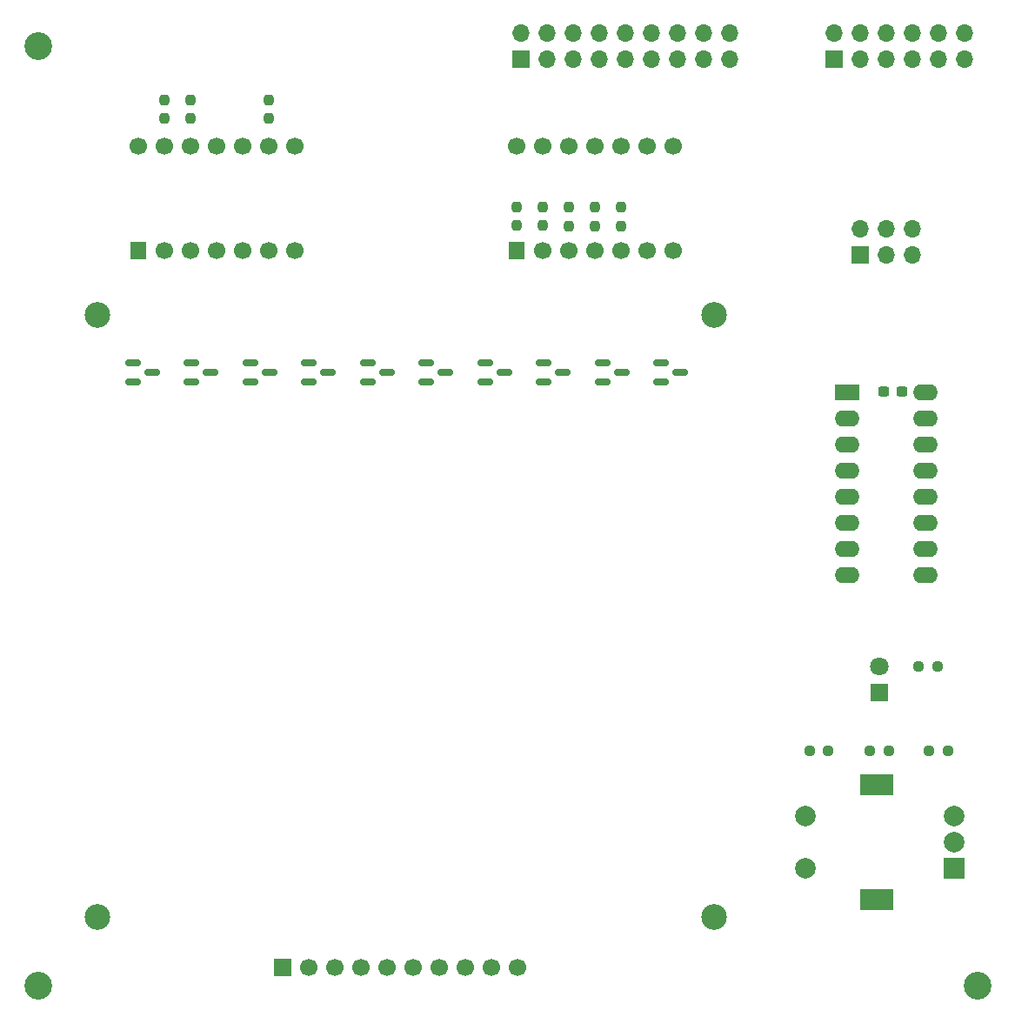
<source format=gbs>
G04 #@! TF.GenerationSoftware,KiCad,Pcbnew,6.0.9-8da3e8f707~116~ubuntu20.04.1*
G04 #@! TF.CreationDate,2022-12-22T22:59:07+01:00*
G04 #@! TF.ProjectId,display_10dig,64697370-6c61-4795-9f31-306469672e6b,rev?*
G04 #@! TF.SameCoordinates,Original*
G04 #@! TF.FileFunction,Soldermask,Bot*
G04 #@! TF.FilePolarity,Negative*
%FSLAX46Y46*%
G04 Gerber Fmt 4.6, Leading zero omitted, Abs format (unit mm)*
G04 Created by KiCad (PCBNEW 6.0.9-8da3e8f707~116~ubuntu20.04.1) date 2022-12-22 22:59:07*
%MOMM*%
%LPD*%
G01*
G04 APERTURE LIST*
G04 Aperture macros list*
%AMRoundRect*
0 Rectangle with rounded corners*
0 $1 Rounding radius*
0 $2 $3 $4 $5 $6 $7 $8 $9 X,Y pos of 4 corners*
0 Add a 4 corners polygon primitive as box body*
4,1,4,$2,$3,$4,$5,$6,$7,$8,$9,$2,$3,0*
0 Add four circle primitives for the rounded corners*
1,1,$1+$1,$2,$3*
1,1,$1+$1,$4,$5*
1,1,$1+$1,$6,$7*
1,1,$1+$1,$8,$9*
0 Add four rect primitives between the rounded corners*
20,1,$1+$1,$2,$3,$4,$5,0*
20,1,$1+$1,$4,$5,$6,$7,0*
20,1,$1+$1,$6,$7,$8,$9,0*
20,1,$1+$1,$8,$9,$2,$3,0*%
G04 Aperture macros list end*
%ADD10R,2.000000X2.000000*%
%ADD11C,2.000000*%
%ADD12R,3.200000X2.000000*%
%ADD13R,1.700000X1.700000*%
%ADD14O,1.700000X1.700000*%
%ADD15C,2.700000*%
%ADD16R,1.500000X1.700000*%
%ADD17C,1.700000*%
%ADD18R,2.400000X1.600000*%
%ADD19O,2.400000X1.600000*%
%ADD20C,1.800000*%
%ADD21R,1.800000X1.800000*%
%ADD22C,2.500000*%
%ADD23RoundRect,0.237500X0.300000X0.237500X-0.300000X0.237500X-0.300000X-0.237500X0.300000X-0.237500X0*%
%ADD24RoundRect,0.150000X-0.587500X-0.150000X0.587500X-0.150000X0.587500X0.150000X-0.587500X0.150000X0*%
%ADD25RoundRect,0.237500X0.237500X-0.250000X0.237500X0.250000X-0.237500X0.250000X-0.237500X-0.250000X0*%
%ADD26RoundRect,0.237500X-0.250000X-0.237500X0.250000X-0.237500X0.250000X0.237500X-0.250000X0.237500X0*%
%ADD27RoundRect,0.237500X0.250000X0.237500X-0.250000X0.237500X-0.250000X-0.237500X0.250000X-0.237500X0*%
G04 APERTURE END LIST*
D10*
X153935000Y-129500000D03*
D11*
X153935000Y-124500000D03*
X153935000Y-127000000D03*
D12*
X146435000Y-121400000D03*
X146435000Y-132600000D03*
D11*
X139435000Y-124500000D03*
X139435000Y-129500000D03*
D13*
X111760000Y-50800000D03*
D14*
X111760000Y-48260000D03*
X114300000Y-50800000D03*
X114300000Y-48260000D03*
X116840000Y-50800000D03*
X116840000Y-48260000D03*
X119380000Y-50800000D03*
X119380000Y-48260000D03*
X121920000Y-50800000D03*
X121920000Y-48260000D03*
X124460000Y-50800000D03*
X124460000Y-48260000D03*
X127000000Y-50800000D03*
X127000000Y-48260000D03*
X129540000Y-50800000D03*
X129540000Y-48260000D03*
X132080000Y-50800000D03*
X132080000Y-48260000D03*
D15*
X64770000Y-140970000D03*
X156210000Y-140970000D03*
D16*
X111379000Y-69384000D03*
D17*
X113919000Y-69384000D03*
X116459000Y-69384000D03*
X118999000Y-69384000D03*
X121539000Y-69384000D03*
X124079000Y-69384000D03*
X126619000Y-69384000D03*
X126619000Y-59224000D03*
X124079000Y-59224000D03*
X121539000Y-59224000D03*
X118999000Y-59224000D03*
X116459000Y-59224000D03*
X113919000Y-59224000D03*
X111379000Y-59224000D03*
D15*
X64770000Y-49530000D03*
D13*
X144780000Y-69850000D03*
D14*
X144780000Y-67310000D03*
X147320000Y-69850000D03*
X147320000Y-67310000D03*
X149860000Y-69850000D03*
X149860000Y-67310000D03*
D13*
X142240000Y-50800000D03*
D14*
X142240000Y-48260000D03*
X144780000Y-50800000D03*
X144780000Y-48260000D03*
X147320000Y-50800000D03*
X147320000Y-48260000D03*
X149860000Y-50800000D03*
X149860000Y-48260000D03*
X152400000Y-50800000D03*
X152400000Y-48260000D03*
X154940000Y-50800000D03*
X154940000Y-48260000D03*
D18*
X143510000Y-83185000D03*
D19*
X143510000Y-85725000D03*
X143510000Y-88265000D03*
X143510000Y-90805000D03*
X143510000Y-93345000D03*
X143510000Y-95885000D03*
X143510000Y-98425000D03*
X143510000Y-100965000D03*
X151130000Y-100965000D03*
X151130000Y-98425000D03*
X151130000Y-95885000D03*
X151130000Y-93345000D03*
X151130000Y-90805000D03*
X151130000Y-88265000D03*
X151130000Y-85725000D03*
X151130000Y-83185000D03*
D20*
X146685000Y-109860000D03*
D21*
X146685000Y-112400000D03*
D16*
X74549000Y-69384000D03*
D17*
X77089000Y-69384000D03*
X79629000Y-69384000D03*
X82169000Y-69384000D03*
X84709000Y-69384000D03*
X87249000Y-69384000D03*
X89789000Y-69384000D03*
X89789000Y-59224000D03*
X87249000Y-59224000D03*
X84709000Y-59224000D03*
X82169000Y-59224000D03*
X79629000Y-59224000D03*
X77089000Y-59224000D03*
X74549000Y-59224000D03*
D22*
X70584000Y-75664000D03*
X130584000Y-134264000D03*
X130584000Y-75664000D03*
X70584000Y-134264000D03*
D13*
X88584000Y-139164000D03*
D17*
X91124000Y-139164000D03*
X93664000Y-139164000D03*
X96204000Y-139164000D03*
X98744000Y-139164000D03*
X101284000Y-139164000D03*
X103824000Y-139164000D03*
X106364000Y-139164000D03*
X108904000Y-139164000D03*
X111444000Y-139164000D03*
D23*
X148832500Y-83170000D03*
X147107500Y-83170000D03*
D24*
X113997500Y-82230000D03*
X113997500Y-80330000D03*
X115872500Y-81280000D03*
X79707500Y-82230000D03*
X79707500Y-80330000D03*
X81582500Y-81280000D03*
D25*
X121539000Y-67023000D03*
X121539000Y-65198000D03*
D24*
X108282500Y-82230000D03*
X108282500Y-80330000D03*
X110157500Y-81280000D03*
D25*
X77089000Y-56562000D03*
X77089000Y-54737000D03*
D24*
X91137500Y-82230000D03*
X91137500Y-80330000D03*
X93012500Y-81280000D03*
X119712500Y-82230000D03*
X119712500Y-80330000D03*
X121587500Y-81280000D03*
D25*
X113919000Y-66976000D03*
X113919000Y-65151000D03*
D26*
X145772500Y-118110000D03*
X147597500Y-118110000D03*
D25*
X79629000Y-56562000D03*
X79629000Y-54737000D03*
X116459000Y-67023000D03*
X116459000Y-65198000D03*
D26*
X151487500Y-118110000D03*
X153312500Y-118110000D03*
D25*
X111379000Y-66976000D03*
X111379000Y-65151000D03*
D27*
X152296500Y-109855000D03*
X150471500Y-109855000D03*
D25*
X118999000Y-67023000D03*
X118999000Y-65198000D03*
X87249000Y-56562000D03*
X87249000Y-54737000D03*
D27*
X141708500Y-118110000D03*
X139883500Y-118110000D03*
D24*
X96852500Y-82230000D03*
X96852500Y-80330000D03*
X98727500Y-81280000D03*
X73992500Y-82230000D03*
X73992500Y-80330000D03*
X75867500Y-81280000D03*
X85422500Y-82230000D03*
X85422500Y-80330000D03*
X87297500Y-81280000D03*
X102567500Y-82230000D03*
X102567500Y-80330000D03*
X104442500Y-81280000D03*
X125427500Y-82230000D03*
X125427500Y-80330000D03*
X127302500Y-81280000D03*
M02*

</source>
